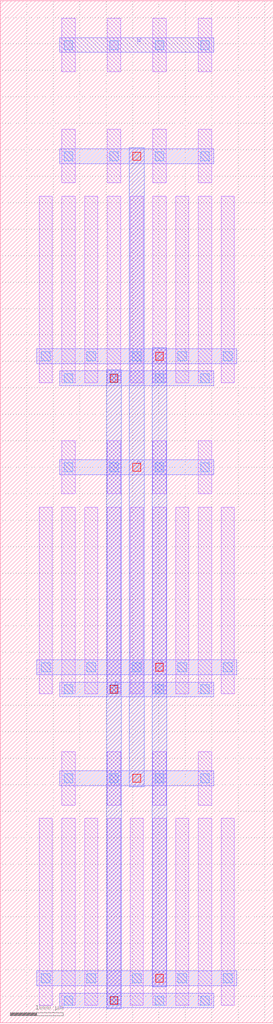
<source format=lef>
MACRO NMOS_4T_8992804_X4_Y3
  UNITS 
    DATABASE MICRONS UNITS 1000;
  END UNITS 
  ORIGIN 0 0 ;
  FOREIGN NMOS_4T_8992804_X4_Y3 0 0 ;
  SIZE 5160 BY 19320 ;
  PIN B
    DIRECTION INOUT ;
    USE SIGNAL ;
    PORT
      LAYER M2 ;
        RECT 1120 18340 4040 18620 ;
    END
  END B
  PIN D
    DIRECTION INOUT ;
    USE SIGNAL ;
    PORT
      LAYER M3 ;
        RECT 2010 260 2290 12340 ;
    END
  END D
  PIN G
    DIRECTION INOUT ;
    USE SIGNAL ;
    PORT
      LAYER M3 ;
        RECT 2440 4460 2720 16540 ;
    END
  END G
  PIN S
    DIRECTION INOUT ;
    USE SIGNAL ;
    PORT
      LAYER M3 ;
        RECT 2870 680 3150 12760 ;
    END
  END S
  OBS
    LAYER M1 ;
      RECT 1165 335 1415 3865 ;
    LAYER M1 ;
      RECT 1165 4115 1415 5125 ;
    LAYER M1 ;
      RECT 1165 6215 1415 9745 ;
    LAYER M1 ;
      RECT 1165 9995 1415 11005 ;
    LAYER M1 ;
      RECT 1165 12095 1415 15625 ;
    LAYER M1 ;
      RECT 1165 15875 1415 16885 ;
    LAYER M1 ;
      RECT 1165 17975 1415 18985 ;
    LAYER M1 ;
      RECT 735 335 985 3865 ;
    LAYER M1 ;
      RECT 735 6215 985 9745 ;
    LAYER M1 ;
      RECT 735 12095 985 15625 ;
    LAYER M1 ;
      RECT 1595 335 1845 3865 ;
    LAYER M1 ;
      RECT 1595 6215 1845 9745 ;
    LAYER M1 ;
      RECT 1595 12095 1845 15625 ;
    LAYER M1 ;
      RECT 2025 335 2275 3865 ;
    LAYER M1 ;
      RECT 2025 4115 2275 5125 ;
    LAYER M1 ;
      RECT 2025 6215 2275 9745 ;
    LAYER M1 ;
      RECT 2025 9995 2275 11005 ;
    LAYER M1 ;
      RECT 2025 12095 2275 15625 ;
    LAYER M1 ;
      RECT 2025 15875 2275 16885 ;
    LAYER M1 ;
      RECT 2025 17975 2275 18985 ;
    LAYER M1 ;
      RECT 2455 335 2705 3865 ;
    LAYER M1 ;
      RECT 2455 6215 2705 9745 ;
    LAYER M1 ;
      RECT 2455 12095 2705 15625 ;
    LAYER M1 ;
      RECT 2885 335 3135 3865 ;
    LAYER M1 ;
      RECT 2885 4115 3135 5125 ;
    LAYER M1 ;
      RECT 2885 6215 3135 9745 ;
    LAYER M1 ;
      RECT 2885 9995 3135 11005 ;
    LAYER M1 ;
      RECT 2885 12095 3135 15625 ;
    LAYER M1 ;
      RECT 2885 15875 3135 16885 ;
    LAYER M1 ;
      RECT 2885 17975 3135 18985 ;
    LAYER M1 ;
      RECT 3315 335 3565 3865 ;
    LAYER M1 ;
      RECT 3315 6215 3565 9745 ;
    LAYER M1 ;
      RECT 3315 12095 3565 15625 ;
    LAYER M1 ;
      RECT 3745 335 3995 3865 ;
    LAYER M1 ;
      RECT 3745 4115 3995 5125 ;
    LAYER M1 ;
      RECT 3745 6215 3995 9745 ;
    LAYER M1 ;
      RECT 3745 9995 3995 11005 ;
    LAYER M1 ;
      RECT 3745 12095 3995 15625 ;
    LAYER M1 ;
      RECT 3745 15875 3995 16885 ;
    LAYER M1 ;
      RECT 3745 17975 3995 18985 ;
    LAYER M1 ;
      RECT 4175 335 4425 3865 ;
    LAYER M1 ;
      RECT 4175 6215 4425 9745 ;
    LAYER M1 ;
      RECT 4175 12095 4425 15625 ;
    LAYER M2 ;
      RECT 1120 280 4040 560 ;
    LAYER M2 ;
      RECT 1120 4480 4040 4760 ;
    LAYER M2 ;
      RECT 690 700 4470 980 ;
    LAYER M2 ;
      RECT 1120 6160 4040 6440 ;
    LAYER M2 ;
      RECT 1120 10360 4040 10640 ;
    LAYER M2 ;
      RECT 690 6580 4470 6860 ;
    LAYER M2 ;
      RECT 1120 12040 4040 12320 ;
    LAYER M2 ;
      RECT 1120 16240 4040 16520 ;
    LAYER M2 ;
      RECT 690 12460 4470 12740 ;
    LAYER V1 ;
      RECT 2925 335 3095 505 ;
    LAYER V1 ;
      RECT 2925 4535 3095 4705 ;
    LAYER V1 ;
      RECT 2925 6215 3095 6385 ;
    LAYER V1 ;
      RECT 2925 10415 3095 10585 ;
    LAYER V1 ;
      RECT 2925 12095 3095 12265 ;
    LAYER V1 ;
      RECT 2925 16295 3095 16465 ;
    LAYER V1 ;
      RECT 2925 18395 3095 18565 ;
    LAYER V1 ;
      RECT 3785 335 3955 505 ;
    LAYER V1 ;
      RECT 3785 4535 3955 4705 ;
    LAYER V1 ;
      RECT 3785 6215 3955 6385 ;
    LAYER V1 ;
      RECT 3785 10415 3955 10585 ;
    LAYER V1 ;
      RECT 3785 12095 3955 12265 ;
    LAYER V1 ;
      RECT 3785 16295 3955 16465 ;
    LAYER V1 ;
      RECT 3785 18395 3955 18565 ;
    LAYER V1 ;
      RECT 1205 335 1375 505 ;
    LAYER V1 ;
      RECT 1205 4535 1375 4705 ;
    LAYER V1 ;
      RECT 1205 6215 1375 6385 ;
    LAYER V1 ;
      RECT 1205 10415 1375 10585 ;
    LAYER V1 ;
      RECT 1205 12095 1375 12265 ;
    LAYER V1 ;
      RECT 1205 16295 1375 16465 ;
    LAYER V1 ;
      RECT 1205 18395 1375 18565 ;
    LAYER V1 ;
      RECT 2065 335 2235 505 ;
    LAYER V1 ;
      RECT 2065 4535 2235 4705 ;
    LAYER V1 ;
      RECT 2065 6215 2235 6385 ;
    LAYER V1 ;
      RECT 2065 10415 2235 10585 ;
    LAYER V1 ;
      RECT 2065 12095 2235 12265 ;
    LAYER V1 ;
      RECT 2065 16295 2235 16465 ;
    LAYER V1 ;
      RECT 2065 18395 2235 18565 ;
    LAYER V1 ;
      RECT 775 755 945 925 ;
    LAYER V1 ;
      RECT 775 6635 945 6805 ;
    LAYER V1 ;
      RECT 775 12515 945 12685 ;
    LAYER V1 ;
      RECT 1635 755 1805 925 ;
    LAYER V1 ;
      RECT 1635 6635 1805 6805 ;
    LAYER V1 ;
      RECT 1635 12515 1805 12685 ;
    LAYER V1 ;
      RECT 2495 755 2665 925 ;
    LAYER V1 ;
      RECT 2495 6635 2665 6805 ;
    LAYER V1 ;
      RECT 2495 12515 2665 12685 ;
    LAYER V1 ;
      RECT 3355 755 3525 925 ;
    LAYER V1 ;
      RECT 3355 6635 3525 6805 ;
    LAYER V1 ;
      RECT 3355 12515 3525 12685 ;
    LAYER V1 ;
      RECT 4215 755 4385 925 ;
    LAYER V1 ;
      RECT 4215 6635 4385 6805 ;
    LAYER V1 ;
      RECT 4215 12515 4385 12685 ;
    LAYER V2 ;
      RECT 2075 345 2225 495 ;
    LAYER V2 ;
      RECT 2075 6225 2225 6375 ;
    LAYER V2 ;
      RECT 2075 12105 2225 12255 ;
    LAYER V2 ;
      RECT 2505 4545 2655 4695 ;
    LAYER V2 ;
      RECT 2505 10425 2655 10575 ;
    LAYER V2 ;
      RECT 2505 16305 2655 16455 ;
    LAYER V2 ;
      RECT 2935 765 3085 915 ;
    LAYER V2 ;
      RECT 2935 6645 3085 6795 ;
    LAYER V2 ;
      RECT 2935 12525 3085 12675 ;
  END
END NMOS_4T_8992804_X4_Y3

</source>
